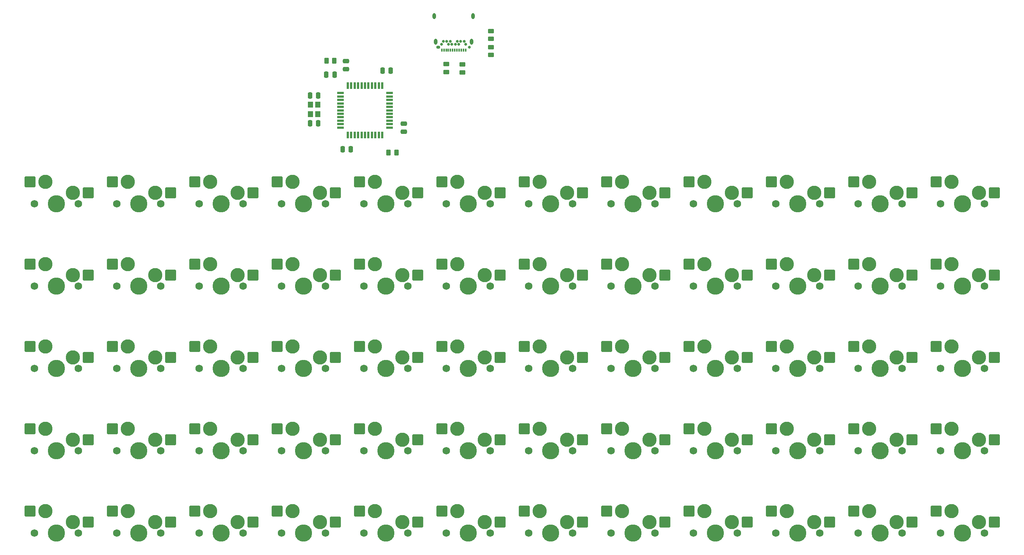
<source format=gbr>
%TF.GenerationSoftware,KiCad,Pcbnew,8.0.4*%
%TF.CreationDate,2024-09-02T18:18:05-04:00*%
%TF.ProjectId,BTKeyboardAttempt,42544b65-7962-46f6-9172-64417474656d,rev?*%
%TF.SameCoordinates,Original*%
%TF.FileFunction,Soldermask,Top*%
%TF.FilePolarity,Negative*%
%FSLAX46Y46*%
G04 Gerber Fmt 4.6, Leading zero omitted, Abs format (unit mm)*
G04 Created by KiCad (PCBNEW 8.0.4) date 2024-09-02 18:18:05*
%MOMM*%
%LPD*%
G01*
G04 APERTURE LIST*
G04 Aperture macros list*
%AMRoundRect*
0 Rectangle with rounded corners*
0 $1 Rounding radius*
0 $2 $3 $4 $5 $6 $7 $8 $9 X,Y pos of 4 corners*
0 Add a 4 corners polygon primitive as box body*
4,1,4,$2,$3,$4,$5,$6,$7,$8,$9,$2,$3,0*
0 Add four circle primitives for the rounded corners*
1,1,$1+$1,$2,$3*
1,1,$1+$1,$4,$5*
1,1,$1+$1,$6,$7*
1,1,$1+$1,$8,$9*
0 Add four rect primitives between the rounded corners*
20,1,$1+$1,$2,$3,$4,$5,0*
20,1,$1+$1,$4,$5,$6,$7,0*
20,1,$1+$1,$6,$7,$8,$9,0*
20,1,$1+$1,$8,$9,$2,$3,0*%
G04 Aperture macros list end*
%ADD10RoundRect,0.250000X-0.450000X0.262500X-0.450000X-0.262500X0.450000X-0.262500X0.450000X0.262500X0*%
%ADD11C,1.750000*%
%ADD12C,3.987800*%
%ADD13C,3.300000*%
%ADD14RoundRect,0.250000X-1.025000X-1.000000X1.025000X-1.000000X1.025000X1.000000X-1.025000X1.000000X0*%
%ADD15R,1.200000X1.400000*%
%ADD16RoundRect,0.250000X-0.262500X-0.450000X0.262500X-0.450000X0.262500X0.450000X-0.262500X0.450000X0*%
%ADD17C,0.650000*%
%ADD18O,0.950000X0.650000*%
%ADD19R,0.300000X0.700000*%
%ADD20O,0.800000X1.400000*%
%ADD21R,0.550000X1.500000*%
%ADD22R,1.500000X0.550000*%
%ADD23RoundRect,0.250000X0.250000X0.475000X-0.250000X0.475000X-0.250000X-0.475000X0.250000X-0.475000X0*%
%ADD24RoundRect,0.250000X0.450000X-0.262500X0.450000X0.262500X-0.450000X0.262500X-0.450000X-0.262500X0*%
%ADD25RoundRect,0.250000X-0.250000X-0.475000X0.250000X-0.475000X0.250000X0.475000X-0.250000X0.475000X0*%
%ADD26RoundRect,0.250000X0.475000X-0.250000X0.475000X0.250000X-0.475000X0.250000X-0.475000X-0.250000X0*%
G04 APERTURE END LIST*
D10*
%TO.C,R3*%
X148899996Y-24002500D03*
X148899996Y-25827500D03*
%TD*%
D11*
%TO.C,MX30*%
X148907500Y-132556250D03*
D12*
X153987500Y-132556250D03*
D11*
X159067500Y-132556250D03*
D13*
X157797500Y-130016250D03*
D14*
X161347500Y-130016250D03*
X147897500Y-127476250D03*
D13*
X151447500Y-127476250D03*
%TD*%
D11*
%TO.C,MX13*%
X91757500Y-94456250D03*
D12*
X96837500Y-94456250D03*
D11*
X101917500Y-94456250D03*
D13*
X100647500Y-91916250D03*
D14*
X104197500Y-91916250D03*
X90747500Y-89376250D03*
D13*
X94297500Y-89376250D03*
%TD*%
D11*
%TO.C,MX23*%
X129857500Y-94456250D03*
D12*
X134937500Y-94456250D03*
D11*
X140017500Y-94456250D03*
D13*
X138747500Y-91916250D03*
D14*
X142297500Y-91916250D03*
X128847500Y-89376250D03*
D13*
X132397500Y-89376250D03*
%TD*%
D11*
%TO.C,MX21*%
X129857500Y-56356250D03*
D12*
X134937500Y-56356250D03*
D11*
X140017500Y-56356250D03*
D13*
X138747500Y-53816250D03*
D14*
X142297500Y-53816250D03*
X128847500Y-51276250D03*
D13*
X132397500Y-51276250D03*
%TD*%
D11*
%TO.C,MX52*%
X244157500Y-75406250D03*
D12*
X249237500Y-75406250D03*
D11*
X254317500Y-75406250D03*
D13*
X253047500Y-72866250D03*
D14*
X256597500Y-72866250D03*
X243147500Y-70326250D03*
D13*
X246697500Y-70326250D03*
%TD*%
D15*
%TO.C,Y1*%
X119250000Y-35581250D03*
X119250000Y-33381250D03*
X117550000Y-33381250D03*
X117550000Y-35581250D03*
%TD*%
D11*
%TO.C,MX16*%
X110807500Y-56356250D03*
D12*
X115887500Y-56356250D03*
D11*
X120967500Y-56356250D03*
D13*
X119697500Y-53816250D03*
D14*
X123247500Y-53816250D03*
X109797500Y-51276250D03*
D13*
X113347500Y-51276250D03*
%TD*%
D11*
%TO.C,MX56*%
X263207500Y-56356250D03*
D12*
X268287500Y-56356250D03*
D11*
X273367500Y-56356250D03*
D13*
X272097500Y-53816250D03*
D14*
X275647500Y-53816250D03*
X262197500Y-51276250D03*
D13*
X265747500Y-51276250D03*
%TD*%
D16*
%TO.C,R4*%
X121237500Y-23231250D03*
X123062500Y-23231250D03*
%TD*%
D11*
%TO.C,MX60*%
X263207500Y-132556250D03*
D12*
X268287500Y-132556250D03*
D11*
X273367500Y-132556250D03*
D13*
X272097500Y-130016250D03*
D14*
X275647500Y-130016250D03*
X262197500Y-127476250D03*
D13*
X265747500Y-127476250D03*
%TD*%
D17*
%TO.C,J1*%
X154249996Y-20100000D03*
D18*
X147049996Y-20100000D03*
D19*
X153399996Y-20760000D03*
X152899996Y-20760000D03*
X152399996Y-20760000D03*
X151899996Y-20760000D03*
X151399996Y-20760000D03*
X150899996Y-20760000D03*
X150399996Y-20760000D03*
X149899996Y-20760000D03*
X149399996Y-20760000D03*
X148899996Y-20760000D03*
X148399996Y-20760000D03*
X147899996Y-20760000D03*
D17*
X147849996Y-19450000D03*
X148249996Y-18750000D03*
X149049996Y-18750000D03*
X149449996Y-19450000D03*
X149849996Y-18750000D03*
X150249996Y-19450000D03*
X151049996Y-19450000D03*
X151449996Y-18750000D03*
X151849996Y-19450000D03*
X152249996Y-18750000D03*
X153049996Y-18750000D03*
X153449996Y-19450000D03*
D20*
X155139996Y-12900000D03*
X154779996Y-18850000D03*
X146519996Y-18850000D03*
X146159996Y-12900000D03*
%TD*%
D11*
%TO.C,MX6*%
X72707500Y-94456250D03*
D12*
X77787500Y-94456250D03*
D11*
X82867500Y-94456250D03*
D13*
X81597500Y-91916250D03*
D14*
X85147500Y-91916250D03*
X71697500Y-89376250D03*
D13*
X75247500Y-89376250D03*
%TD*%
D11*
%TO.C,MX3*%
X53657500Y-75406250D03*
D12*
X58737500Y-75406250D03*
D11*
X63817500Y-75406250D03*
D13*
X62547500Y-72866250D03*
D14*
X66097500Y-72866250D03*
X52647500Y-70326250D03*
D13*
X56197500Y-70326250D03*
%TD*%
D11*
%TO.C,MX42*%
X206057500Y-75406250D03*
D12*
X211137500Y-75406250D03*
D11*
X216217500Y-75406250D03*
D13*
X214947500Y-72866250D03*
D14*
X218497500Y-72866250D03*
X205047500Y-70326250D03*
D13*
X208597500Y-70326250D03*
%TD*%
D11*
%TO.C,MX45*%
X206057500Y-132556250D03*
D12*
X211137500Y-132556250D03*
D11*
X216217500Y-132556250D03*
D13*
X214947500Y-130016250D03*
D14*
X218497500Y-130016250D03*
X205047500Y-127476250D03*
D13*
X208597500Y-127476250D03*
%TD*%
D11*
%TO.C,MX8*%
X72707500Y-113506250D03*
D12*
X77787500Y-113506250D03*
D11*
X82867500Y-113506250D03*
D13*
X81597500Y-110966250D03*
D14*
X85147500Y-110966250D03*
X71697500Y-108426250D03*
D13*
X75247500Y-108426250D03*
%TD*%
D11*
%TO.C,MX35*%
X167957500Y-132556250D03*
D12*
X173037500Y-132556250D03*
D11*
X178117500Y-132556250D03*
D13*
X176847500Y-130016250D03*
D14*
X180397500Y-130016250D03*
X166947500Y-127476250D03*
D13*
X170497500Y-127476250D03*
%TD*%
D11*
%TO.C,MX36*%
X187007500Y-56356250D03*
D12*
X192087500Y-56356250D03*
D11*
X197167500Y-56356250D03*
D13*
X195897500Y-53816250D03*
D14*
X199447500Y-53816250D03*
X185997500Y-51276250D03*
D13*
X189547500Y-51276250D03*
%TD*%
D11*
%TO.C,MX1*%
X53657500Y-56356250D03*
D12*
X58737500Y-56356250D03*
D11*
X63817500Y-56356250D03*
D13*
X62547500Y-53816250D03*
D14*
X66097500Y-53816250D03*
X52647500Y-51276250D03*
D13*
X56197500Y-51276250D03*
%TD*%
D11*
%TO.C,MX55*%
X244157500Y-132556250D03*
D12*
X249237500Y-132556250D03*
D11*
X254317500Y-132556250D03*
D13*
X253047500Y-130016250D03*
D14*
X256597500Y-130016250D03*
X243147500Y-127476250D03*
D13*
X246697500Y-127476250D03*
%TD*%
D11*
%TO.C,MX9*%
X53657500Y-132556250D03*
D12*
X58737500Y-132556250D03*
D11*
X63817500Y-132556250D03*
D13*
X62547500Y-130016250D03*
D14*
X66097500Y-130016250D03*
X52647500Y-127476250D03*
D13*
X56197500Y-127476250D03*
%TD*%
D11*
%TO.C,MX39*%
X187007500Y-113506250D03*
D12*
X192087500Y-113506250D03*
D11*
X197167500Y-113506250D03*
D13*
X195897500Y-110966250D03*
D14*
X199447500Y-110966250D03*
X185997500Y-108426250D03*
D13*
X189547500Y-108426250D03*
%TD*%
D11*
%TO.C,MX11*%
X91757500Y-56356250D03*
D12*
X96837500Y-56356250D03*
D11*
X101917500Y-56356250D03*
D13*
X100647500Y-53816250D03*
D14*
X104197500Y-53816250D03*
X90747500Y-51276250D03*
D13*
X94297500Y-51276250D03*
%TD*%
D11*
%TO.C,MX24*%
X129857500Y-113506250D03*
D12*
X134937500Y-113506250D03*
D11*
X140017500Y-113506250D03*
D13*
X138747500Y-110966250D03*
D14*
X142297500Y-110966250D03*
X128847500Y-108426250D03*
D13*
X132397500Y-108426250D03*
%TD*%
D11*
%TO.C,MX37*%
X187007500Y-75406250D03*
D12*
X192087500Y-75406250D03*
D11*
X197167500Y-75406250D03*
D13*
X195897500Y-72866250D03*
D14*
X199447500Y-72866250D03*
X185997500Y-70326250D03*
D13*
X189547500Y-70326250D03*
%TD*%
D11*
%TO.C,MX32*%
X167957500Y-75406250D03*
D12*
X173037500Y-75406250D03*
D11*
X178117500Y-75406250D03*
D13*
X176847500Y-72866250D03*
D14*
X180397500Y-72866250D03*
X166947500Y-70326250D03*
D13*
X170497500Y-70326250D03*
%TD*%
D11*
%TO.C,MX20*%
X110807500Y-132556250D03*
D12*
X115887500Y-132556250D03*
D11*
X120967500Y-132556250D03*
D13*
X119697500Y-130016250D03*
D14*
X123247500Y-130016250D03*
X109797500Y-127476250D03*
D13*
X113347500Y-127476250D03*
%TD*%
D10*
%TO.C,R6*%
X159250000Y-16337500D03*
X159250000Y-18162500D03*
%TD*%
D11*
%TO.C,MX48*%
X225107500Y-94456250D03*
D12*
X230187500Y-94456250D03*
D11*
X235267500Y-94456250D03*
D13*
X233997500Y-91916250D03*
D14*
X237547500Y-91916250D03*
X224097500Y-89376250D03*
D13*
X227647500Y-89376250D03*
%TD*%
D11*
%TO.C,MX33*%
X167957500Y-94456250D03*
D12*
X173037500Y-94456250D03*
D11*
X178117500Y-94456250D03*
D13*
X176847500Y-91916250D03*
D14*
X180397500Y-91916250D03*
X166947500Y-89376250D03*
D13*
X170497500Y-89376250D03*
%TD*%
D11*
%TO.C,MX2*%
X72707500Y-56356250D03*
D12*
X77787500Y-56356250D03*
D11*
X82867500Y-56356250D03*
D13*
X81597500Y-53816250D03*
D14*
X85147500Y-53816250D03*
X71697500Y-51276250D03*
D13*
X75247500Y-51276250D03*
%TD*%
D11*
%TO.C,MX15*%
X91757500Y-132556250D03*
D12*
X96837500Y-132556250D03*
D11*
X101917500Y-132556250D03*
D13*
X100647500Y-130016250D03*
D14*
X104197500Y-130016250D03*
X90747500Y-127476250D03*
D13*
X94297500Y-127476250D03*
%TD*%
D11*
%TO.C,MX5*%
X53657500Y-94456250D03*
D12*
X58737500Y-94456250D03*
D11*
X63817500Y-94456250D03*
D13*
X62547500Y-91916250D03*
D14*
X66097500Y-91916250D03*
X52647500Y-89376250D03*
D13*
X56197500Y-89376250D03*
%TD*%
D11*
%TO.C,MX53*%
X244157500Y-94456250D03*
D12*
X249237500Y-94456250D03*
D11*
X254317500Y-94456250D03*
D13*
X253047500Y-91916250D03*
D14*
X256597500Y-91916250D03*
X243147500Y-89376250D03*
D13*
X246697500Y-89376250D03*
%TD*%
D11*
%TO.C,MX46*%
X225107500Y-56356250D03*
D12*
X230187500Y-56356250D03*
D11*
X235267500Y-56356250D03*
D13*
X233997500Y-53816250D03*
D14*
X237547500Y-53816250D03*
X224097500Y-51276250D03*
D13*
X227647500Y-51276250D03*
%TD*%
D11*
%TO.C,MX57*%
X263207500Y-75406250D03*
D12*
X268287500Y-75406250D03*
D11*
X273367500Y-75406250D03*
D13*
X272097500Y-72866250D03*
D14*
X275647500Y-72866250D03*
X262197500Y-70326250D03*
D13*
X265747500Y-70326250D03*
%TD*%
D11*
%TO.C,MX31*%
X167957500Y-56356250D03*
D12*
X173037500Y-56356250D03*
D11*
X178117500Y-56356250D03*
D13*
X176847500Y-53816250D03*
D14*
X180397500Y-53816250D03*
X166947500Y-51276250D03*
D13*
X170497500Y-51276250D03*
%TD*%
D21*
%TO.C,U2*%
X134150000Y-29000000D03*
X133350000Y-29000000D03*
X132550000Y-29000000D03*
X131750000Y-29000000D03*
X130950000Y-29000000D03*
X130150000Y-29000000D03*
X129350000Y-29000000D03*
X128550000Y-29000000D03*
X127750000Y-29000000D03*
X126950000Y-29000000D03*
X126150000Y-29000000D03*
D22*
X124450000Y-30700000D03*
X124450000Y-31500000D03*
X124450000Y-32300000D03*
X124450000Y-33100000D03*
X124450000Y-33900000D03*
X124450000Y-34700000D03*
X124450000Y-35500000D03*
X124450000Y-36300000D03*
X124450000Y-37100000D03*
X124450000Y-37900000D03*
X124450000Y-38700000D03*
D21*
X126150000Y-40400000D03*
X126950000Y-40400000D03*
X127750000Y-40400000D03*
X128550000Y-40400000D03*
X129350000Y-40400000D03*
X130150000Y-40400000D03*
X130950000Y-40400000D03*
X131750000Y-40400000D03*
X132550000Y-40400000D03*
X133350000Y-40400000D03*
X134150000Y-40400000D03*
D22*
X135850000Y-38700000D03*
X135850000Y-37900000D03*
X135850000Y-37100000D03*
X135850000Y-36300000D03*
X135850000Y-35500000D03*
X135850000Y-34700000D03*
X135850000Y-33900000D03*
X135850000Y-33100000D03*
X135850000Y-32300000D03*
X135850000Y-31500000D03*
X135850000Y-30700000D03*
%TD*%
D11*
%TO.C,MX25*%
X129857500Y-132556250D03*
D12*
X134937500Y-132556250D03*
D11*
X140017500Y-132556250D03*
D13*
X138747500Y-130016250D03*
D14*
X142297500Y-130016250D03*
X128847500Y-127476250D03*
D13*
X132397500Y-127476250D03*
%TD*%
D23*
%TO.C,C4*%
X123100000Y-26481250D03*
X121200000Y-26481250D03*
%TD*%
D11*
%TO.C,MX41*%
X206057500Y-56356250D03*
D12*
X211137500Y-56356250D03*
D11*
X216217500Y-56356250D03*
D13*
X214947500Y-53816250D03*
D14*
X218497500Y-53816250D03*
X205047500Y-51276250D03*
D13*
X208597500Y-51276250D03*
%TD*%
D11*
%TO.C,MX7*%
X53657500Y-113506250D03*
D12*
X58737500Y-113506250D03*
D11*
X63817500Y-113506250D03*
D13*
X62547500Y-110966250D03*
D14*
X66097500Y-110966250D03*
X52647500Y-108426250D03*
D13*
X56197500Y-108426250D03*
%TD*%
D24*
%TO.C,R5*%
X159250000Y-21912500D03*
X159250000Y-20087500D03*
%TD*%
D11*
%TO.C,MX27*%
X148907500Y-75406250D03*
D12*
X153987500Y-75406250D03*
D11*
X159067500Y-75406250D03*
D13*
X157797500Y-72866250D03*
D14*
X161347500Y-72866250D03*
X147897500Y-70326250D03*
D13*
X151447500Y-70326250D03*
%TD*%
D11*
%TO.C,MX18*%
X110807500Y-94456250D03*
D12*
X115887500Y-94456250D03*
D11*
X120967500Y-94456250D03*
D13*
X119697500Y-91916250D03*
D14*
X123247500Y-91916250D03*
X109797500Y-89376250D03*
D13*
X113347500Y-89376250D03*
%TD*%
D11*
%TO.C,MX50*%
X225107500Y-132556250D03*
D12*
X230187500Y-132556250D03*
D11*
X235267500Y-132556250D03*
D13*
X233997500Y-130016250D03*
D14*
X237547500Y-130016250D03*
X224097500Y-127476250D03*
D13*
X227647500Y-127476250D03*
%TD*%
D23*
%TO.C,C3*%
X126850000Y-43731250D03*
X124950000Y-43731250D03*
%TD*%
D11*
%TO.C,MX51*%
X244157500Y-56356250D03*
D12*
X249237500Y-56356250D03*
D11*
X254317500Y-56356250D03*
D13*
X253047500Y-53816250D03*
D14*
X256597500Y-53816250D03*
X243147500Y-51276250D03*
D13*
X246697500Y-51276250D03*
%TD*%
D11*
%TO.C,MX40*%
X187007500Y-132556250D03*
D12*
X192087500Y-132556250D03*
D11*
X197167500Y-132556250D03*
D13*
X195897500Y-130016250D03*
D14*
X199447500Y-130016250D03*
X185997500Y-127476250D03*
D13*
X189547500Y-127476250D03*
%TD*%
D11*
%TO.C,MX12*%
X91757500Y-75406250D03*
D12*
X96837500Y-75406250D03*
D11*
X101917500Y-75406250D03*
D13*
X100647500Y-72866250D03*
D14*
X104197500Y-72866250D03*
X90747500Y-70326250D03*
D13*
X94297500Y-70326250D03*
%TD*%
D11*
%TO.C,MX47*%
X225107500Y-75406250D03*
D12*
X230187500Y-75406250D03*
D11*
X235267500Y-75406250D03*
D13*
X233997500Y-72866250D03*
D14*
X237547500Y-72866250D03*
X224097500Y-70326250D03*
D13*
X227647500Y-70326250D03*
%TD*%
D11*
%TO.C,MX58*%
X263207500Y-94456250D03*
D12*
X268287500Y-94456250D03*
D11*
X273367500Y-94456250D03*
D13*
X272097500Y-91916250D03*
D14*
X275647500Y-91916250D03*
X262197500Y-89376250D03*
D13*
X265747500Y-89376250D03*
%TD*%
D11*
%TO.C,MX59*%
X263207500Y-113506250D03*
D12*
X268287500Y-113506250D03*
D11*
X273367500Y-113506250D03*
D13*
X272097500Y-110966250D03*
D14*
X275647500Y-110966250D03*
X262197500Y-108426250D03*
D13*
X265747500Y-108426250D03*
%TD*%
D11*
%TO.C,MX43*%
X206057500Y-94456250D03*
D12*
X211137500Y-94456250D03*
D11*
X216217500Y-94456250D03*
D13*
X214947500Y-91916250D03*
D14*
X218497500Y-91916250D03*
X205047500Y-89376250D03*
D13*
X208597500Y-89376250D03*
%TD*%
D25*
%TO.C,C6*%
X117450000Y-37731250D03*
X119350000Y-37731250D03*
%TD*%
D11*
%TO.C,MX54*%
X244157500Y-113506250D03*
D12*
X249237500Y-113506250D03*
D11*
X254317500Y-113506250D03*
D13*
X253047500Y-110966250D03*
D14*
X256597500Y-110966250D03*
X243147500Y-108426250D03*
D13*
X246697500Y-108426250D03*
%TD*%
D11*
%TO.C,MX19*%
X110807500Y-113506250D03*
D12*
X115887500Y-113506250D03*
D11*
X120967500Y-113506250D03*
D13*
X119697500Y-110966250D03*
D14*
X123247500Y-110966250D03*
X109797500Y-108426250D03*
D13*
X113347500Y-108426250D03*
%TD*%
D11*
%TO.C,MX14*%
X91757500Y-113506250D03*
D12*
X96837500Y-113506250D03*
D11*
X101917500Y-113506250D03*
D13*
X100647500Y-110966250D03*
D14*
X104197500Y-110966250D03*
X90747500Y-108426250D03*
D13*
X94297500Y-108426250D03*
%TD*%
D25*
%TO.C,C5*%
X134200000Y-25481250D03*
X136100000Y-25481250D03*
%TD*%
D11*
%TO.C,MX22*%
X129857500Y-75406250D03*
D12*
X134937500Y-75406250D03*
D11*
X140017500Y-75406250D03*
D13*
X138747500Y-72866250D03*
D14*
X142297500Y-72866250D03*
X128847500Y-70326250D03*
D13*
X132397500Y-70326250D03*
%TD*%
D16*
%TO.C,R1*%
X135587500Y-44481250D03*
X137412500Y-44481250D03*
%TD*%
D11*
%TO.C,MX26*%
X148907500Y-56356250D03*
D12*
X153987500Y-56356250D03*
D11*
X159067500Y-56356250D03*
D13*
X157797500Y-53816250D03*
D14*
X161347500Y-53816250D03*
X147897500Y-51276250D03*
D13*
X151447500Y-51276250D03*
%TD*%
D11*
%TO.C,MX28*%
X148907500Y-94456250D03*
D12*
X153987500Y-94456250D03*
D11*
X159067500Y-94456250D03*
D13*
X157797500Y-91916250D03*
D14*
X161347500Y-91916250D03*
X147897500Y-89376250D03*
D13*
X151447500Y-89376250D03*
%TD*%
D23*
%TO.C,C7*%
X119350000Y-31231250D03*
X117450000Y-31231250D03*
%TD*%
D11*
%TO.C,MX49*%
X225107500Y-113506250D03*
D12*
X230187500Y-113506250D03*
D11*
X235267500Y-113506250D03*
D13*
X233997500Y-110966250D03*
D14*
X237547500Y-110966250D03*
X224097500Y-108426250D03*
D13*
X227647500Y-108426250D03*
%TD*%
D26*
%TO.C,C1*%
X125750000Y-25200000D03*
X125750000Y-23300000D03*
%TD*%
D11*
%TO.C,MX44*%
X206057500Y-113506250D03*
D12*
X211137500Y-113506250D03*
D11*
X216217500Y-113506250D03*
D13*
X214947500Y-110966250D03*
D14*
X218497500Y-110966250D03*
X205047500Y-108426250D03*
D13*
X208597500Y-108426250D03*
%TD*%
D10*
%TO.C,R2*%
X152649996Y-24077500D03*
X152649996Y-25902500D03*
%TD*%
D11*
%TO.C,MX4*%
X72707500Y-75406250D03*
D12*
X77787500Y-75406250D03*
D11*
X82867500Y-75406250D03*
D13*
X81597500Y-72866250D03*
D14*
X85147500Y-72866250D03*
X71697500Y-70326250D03*
D13*
X75247500Y-70326250D03*
%TD*%
D11*
%TO.C,MX38*%
X187007500Y-94456250D03*
D12*
X192087500Y-94456250D03*
D11*
X197167500Y-94456250D03*
D13*
X195897500Y-91916250D03*
D14*
X199447500Y-91916250D03*
X185997500Y-89376250D03*
D13*
X189547500Y-89376250D03*
%TD*%
D11*
%TO.C,MX29*%
X148907500Y-113506250D03*
D12*
X153987500Y-113506250D03*
D11*
X159067500Y-113506250D03*
D13*
X157797500Y-110966250D03*
D14*
X161347500Y-110966250D03*
X147897500Y-108426250D03*
D13*
X151447500Y-108426250D03*
%TD*%
D11*
%TO.C,MX10*%
X72707500Y-132556250D03*
D12*
X77787500Y-132556250D03*
D11*
X82867500Y-132556250D03*
D13*
X81597500Y-130016250D03*
D14*
X85147500Y-130016250D03*
X71697500Y-127476250D03*
D13*
X75247500Y-127476250D03*
%TD*%
D11*
%TO.C,MX34*%
X167957500Y-113506250D03*
D12*
X173037500Y-113506250D03*
D11*
X178117500Y-113506250D03*
D13*
X176847500Y-110966250D03*
D14*
X180397500Y-110966250D03*
X166947500Y-108426250D03*
D13*
X170497500Y-108426250D03*
%TD*%
D11*
%TO.C,MX17*%
X110807500Y-75406250D03*
D12*
X115887500Y-75406250D03*
D11*
X120967500Y-75406250D03*
D13*
X119697500Y-72866250D03*
D14*
X123247500Y-72866250D03*
X109797500Y-70326250D03*
D13*
X113347500Y-70326250D03*
%TD*%
D26*
%TO.C,C2*%
X139150000Y-39681250D03*
X139150000Y-37781250D03*
%TD*%
M02*

</source>
